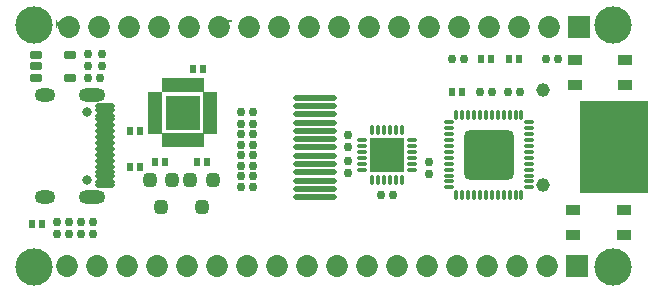
<source format=gts>
G04*
G04 #@! TF.GenerationSoftware,Altium Limited,Altium Designer,20.0.13 (296)*
G04*
G04 Layer_Color=8388736*
%FSLAX25Y25*%
%MOIN*%
G70*
G01*
G75*
%ADD35R,0.22500X0.31000*%
%ADD36R,0.02175X0.02568*%
G04:AMPARAMS|DCode=37|XSize=26mil|YSize=26mil|CornerRadius=8mil|HoleSize=0mil|Usage=FLASHONLY|Rotation=90.000|XOffset=0mil|YOffset=0mil|HoleType=Round|Shape=RoundedRectangle|*
%AMROUNDEDRECTD37*
21,1,0.02600,0.01000,0,0,90.0*
21,1,0.01000,0.02600,0,0,90.0*
1,1,0.01600,0.00500,0.00500*
1,1,0.01600,0.00500,-0.00500*
1,1,0.01600,-0.00500,-0.00500*
1,1,0.01600,-0.00500,0.00500*
%
%ADD37ROUNDEDRECTD37*%
G04:AMPARAMS|DCode=38|XSize=26mil|YSize=26mil|CornerRadius=8mil|HoleSize=0mil|Usage=FLASHONLY|Rotation=0.000|XOffset=0mil|YOffset=0mil|HoleType=Round|Shape=RoundedRectangle|*
%AMROUNDEDRECTD38*
21,1,0.02600,0.01000,0,0,0.0*
21,1,0.01000,0.02600,0,0,0.0*
1,1,0.01600,0.00500,-0.00500*
1,1,0.01600,-0.00500,-0.00500*
1,1,0.01600,-0.00500,0.00500*
1,1,0.01600,0.00500,0.00500*
%
%ADD38ROUNDEDRECTD38*%
%ADD39R,0.04537X0.03356*%
%ADD40O,0.01584X0.03356*%
%ADD41O,0.03356X0.01584*%
%ADD42R,0.11230X0.11624*%
G04:AMPARAMS|DCode=43|XSize=166mil|YSize=166mil|CornerRadius=19mil|HoleSize=0mil|Usage=FLASHONLY|Rotation=270.000|XOffset=0mil|YOffset=0mil|HoleType=Round|Shape=RoundedRectangle|*
%AMROUNDEDRECTD43*
21,1,0.16600,0.12800,0,0,270.0*
21,1,0.12800,0.16600,0,0,270.0*
1,1,0.03800,-0.06400,-0.06400*
1,1,0.03800,-0.06400,0.06400*
1,1,0.03800,0.06400,0.06400*
1,1,0.03800,0.06400,-0.06400*
%
%ADD43ROUNDEDRECTD43*%
G04:AMPARAMS|DCode=44|XSize=32.58mil|YSize=15.84mil|CornerRadius=5.46mil|HoleSize=0mil|Usage=FLASHONLY|Rotation=270.000|XOffset=0mil|YOffset=0mil|HoleType=Round|Shape=RoundedRectangle|*
%AMROUNDEDRECTD44*
21,1,0.03258,0.00492,0,0,270.0*
21,1,0.02165,0.01584,0,0,270.0*
1,1,0.01092,-0.00246,-0.01083*
1,1,0.01092,-0.00246,0.01083*
1,1,0.01092,0.00246,0.01083*
1,1,0.01092,0.00246,-0.01083*
%
%ADD44ROUNDEDRECTD44*%
G04:AMPARAMS|DCode=45|XSize=32.58mil|YSize=15.84mil|CornerRadius=5.46mil|HoleSize=0mil|Usage=FLASHONLY|Rotation=0.000|XOffset=0mil|YOffset=0mil|HoleType=Round|Shape=RoundedRectangle|*
%AMROUNDEDRECTD45*
21,1,0.03258,0.00492,0,0,0.0*
21,1,0.02165,0.01584,0,0,0.0*
1,1,0.01092,0.01083,-0.00246*
1,1,0.01092,-0.01083,-0.00246*
1,1,0.01092,-0.01083,0.00246*
1,1,0.01092,0.01083,0.00246*
%
%ADD45ROUNDEDRECTD45*%
G04:AMPARAMS|DCode=46|XSize=43.4mil|YSize=45.37mil|CornerRadius=12.35mil|HoleSize=0mil|Usage=FLASHONLY|Rotation=180.000|XOffset=0mil|YOffset=0mil|HoleType=Round|Shape=RoundedRectangle|*
%AMROUNDEDRECTD46*
21,1,0.04340,0.02067,0,0,180.0*
21,1,0.01870,0.04537,0,0,180.0*
1,1,0.02470,-0.00935,0.01034*
1,1,0.02470,0.00935,0.01034*
1,1,0.02470,0.00935,-0.01034*
1,1,0.02470,-0.00935,-0.01034*
%
%ADD46ROUNDEDRECTD46*%
G04:AMPARAMS|DCode=47|XSize=21.75mil|YSize=143.79mil|CornerRadius=6.94mil|HoleSize=0mil|Usage=FLASHONLY|Rotation=270.000|XOffset=0mil|YOffset=0mil|HoleType=Round|Shape=RoundedRectangle|*
%AMROUNDEDRECTD47*
21,1,0.02175,0.12992,0,0,270.0*
21,1,0.00787,0.14379,0,0,270.0*
1,1,0.01387,-0.06496,-0.00394*
1,1,0.01387,-0.06496,0.00394*
1,1,0.01387,0.06496,0.00394*
1,1,0.01387,0.06496,-0.00394*
%
%ADD47ROUNDEDRECTD47*%
G04:AMPARAMS|DCode=48|XSize=22mil|YSize=48mil|CornerRadius=8mil|HoleSize=0mil|Usage=FLASHONLY|Rotation=0.000|XOffset=0mil|YOffset=0mil|HoleType=Round|Shape=RoundedRectangle|*
%AMROUNDEDRECTD48*
21,1,0.02200,0.03200,0,0,0.0*
21,1,0.00600,0.04800,0,0,0.0*
1,1,0.01600,0.00300,-0.01600*
1,1,0.01600,-0.00300,-0.01600*
1,1,0.01600,-0.00300,0.01600*
1,1,0.01600,0.00300,0.01600*
%
%ADD48ROUNDEDRECTD48*%
G04:AMPARAMS|DCode=49|XSize=22mil|YSize=48mil|CornerRadius=8mil|HoleSize=0mil|Usage=FLASHONLY|Rotation=90.000|XOffset=0mil|YOffset=0mil|HoleType=Round|Shape=RoundedRectangle|*
%AMROUNDEDRECTD49*
21,1,0.02200,0.03200,0,0,90.0*
21,1,0.00600,0.04800,0,0,90.0*
1,1,0.01600,0.01600,0.00300*
1,1,0.01600,0.01600,-0.00300*
1,1,0.01600,-0.01600,-0.00300*
1,1,0.01600,-0.01600,0.00300*
%
%ADD49ROUNDEDRECTD49*%
G04:AMPARAMS|DCode=50|XSize=29.62mil|YSize=41mil|CornerRadius=8.91mil|HoleSize=0mil|Usage=FLASHONLY|Rotation=90.000|XOffset=0mil|YOffset=0mil|HoleType=Round|Shape=RoundedRectangle|*
%AMROUNDEDRECTD50*
21,1,0.02962,0.02319,0,0,90.0*
21,1,0.01181,0.04100,0,0,90.0*
1,1,0.01781,0.01159,0.00591*
1,1,0.01781,0.01159,-0.00591*
1,1,0.01781,-0.01159,-0.00591*
1,1,0.01781,-0.01159,0.00591*
%
%ADD50ROUNDEDRECTD50*%
G04:AMPARAMS|DCode=51|XSize=37.5mil|YSize=76.87mil|CornerRadius=10.87mil|HoleSize=0mil|Usage=FLASHONLY|Rotation=270.000|XOffset=0mil|YOffset=0mil|HoleType=Round|Shape=RoundedRectangle|*
%AMROUNDEDRECTD51*
21,1,0.03750,0.05512,0,0,270.0*
21,1,0.01575,0.07687,0,0,270.0*
1,1,0.02175,-0.02756,-0.00787*
1,1,0.02175,-0.02756,0.00787*
1,1,0.02175,0.02756,0.00787*
1,1,0.02175,0.02756,-0.00787*
%
%ADD51ROUNDEDRECTD51*%
G04:AMPARAMS|DCode=52|XSize=65.06mil|YSize=17.81mil|CornerRadius=5.95mil|HoleSize=0mil|Usage=FLASHONLY|Rotation=0.000|XOffset=0mil|YOffset=0mil|HoleType=Round|Shape=RoundedRectangle|*
%AMROUNDEDRECTD52*
21,1,0.06506,0.00591,0,0,0.0*
21,1,0.05315,0.01781,0,0,0.0*
1,1,0.01191,0.02657,-0.00295*
1,1,0.01191,-0.02657,-0.00295*
1,1,0.01191,-0.02657,0.00295*
1,1,0.01191,0.02657,0.00295*
%
%ADD52ROUNDEDRECTD52*%
%ADD53C,0.12411*%
%ADD54R,0.07293X0.07293*%
%ADD55C,0.07293*%
%ADD56C,0.04537*%
%ADD57O,0.08868X0.04537*%
%ADD58O,0.06899X0.04537*%
%ADD59C,0.03159*%
G36*
X8158Y81116D02*
X9162Y79631D01*
X8565D01*
X7653Y81005D01*
Y81174D01*
X7594Y81094D01*
X7653Y81005D01*
Y79631D01*
X7125D01*
Y82369D01*
X7653D01*
Y81174D01*
X8532Y82369D01*
X9086D01*
X8158Y81116D01*
D02*
G37*
G36*
X12976Y80677D02*
Y79631D01*
X12448D01*
Y80674D01*
X11556Y82369D01*
X12117D01*
X12721Y81110D01*
X13331Y82369D01*
X13869D01*
X12976Y80677D01*
D02*
G37*
G36*
X11212Y81953D02*
X10113D01*
Y81225D01*
X11077D01*
Y80815D01*
X10113D01*
Y80044D01*
X11291D01*
Y79631D01*
X9588D01*
Y82369D01*
X11268D01*
X11212Y81953D01*
D02*
G37*
G36*
X62454Y82417D02*
X62493Y82414D01*
X62543Y82410D01*
X62595Y82401D01*
X62657Y82391D01*
X62726Y82378D01*
X62795Y82358D01*
X62871Y82335D01*
X62949Y82305D01*
X63028Y82269D01*
X63107Y82230D01*
X63186Y82184D01*
X63261Y82128D01*
X63333Y82066D01*
X63061Y81758D01*
X63058Y81761D01*
X63048Y81767D01*
X63031Y81781D01*
X63012Y81794D01*
X62982Y81813D01*
X62949Y81833D01*
X62913Y81853D01*
X62874Y81876D01*
X62828Y81899D01*
X62779Y81918D01*
X62726Y81938D01*
X62671Y81958D01*
X62612Y81971D01*
X62552Y81984D01*
X62490Y81991D01*
X62428Y81994D01*
X62395D01*
X62356Y81991D01*
X62310Y81984D01*
X62261Y81974D01*
X62205Y81958D01*
X62152Y81938D01*
X62103Y81912D01*
X62097Y81909D01*
X62083Y81899D01*
X62067Y81879D01*
X62044Y81856D01*
X62021Y81823D01*
X62005Y81784D01*
X61992Y81741D01*
X61985Y81689D01*
Y81686D01*
Y81672D01*
X61988Y81656D01*
X61992Y81636D01*
X61998Y81610D01*
X62005Y81584D01*
X62018Y81558D01*
X62034Y81531D01*
X62037Y81528D01*
X62044Y81521D01*
X62057Y81508D01*
X62074Y81492D01*
X62100Y81472D01*
X62129Y81453D01*
X62169Y81430D01*
X62211Y81407D01*
X62218Y81403D01*
X62234Y81397D01*
X62264Y81384D01*
X62306Y81371D01*
X62359Y81351D01*
X62421Y81328D01*
X62493Y81305D01*
X62579Y81279D01*
X62582D01*
X62595Y81272D01*
X62618Y81266D01*
X62644Y81259D01*
X62677Y81246D01*
X62713Y81233D01*
X62756Y81217D01*
X62802Y81197D01*
X62900Y81151D01*
X63002Y81098D01*
X63097Y81039D01*
X63143Y81007D01*
X63186Y80971D01*
X63189Y80967D01*
X63195Y80961D01*
X63205Y80951D01*
X63218Y80934D01*
X63235Y80915D01*
X63254Y80892D01*
X63271Y80862D01*
X63294Y80829D01*
X63313Y80793D01*
X63330Y80754D01*
X63349Y80708D01*
X63366Y80659D01*
X63379Y80603D01*
X63389Y80547D01*
X63395Y80485D01*
X63399Y80419D01*
Y80416D01*
Y80410D01*
Y80396D01*
X63395Y80377D01*
Y80354D01*
X63392Y80331D01*
X63382Y80269D01*
X63369Y80200D01*
X63346Y80128D01*
X63313Y80049D01*
X63271Y79977D01*
Y79973D01*
X63264Y79967D01*
X63258Y79957D01*
X63248Y79944D01*
X63218Y79911D01*
X63176Y79868D01*
X63126Y79822D01*
X63061Y79773D01*
X62989Y79724D01*
X62903Y79681D01*
X62900D01*
X62894Y79678D01*
X62880Y79672D01*
X62861Y79665D01*
X62838Y79659D01*
X62812Y79649D01*
X62779Y79639D01*
X62743Y79632D01*
X62703Y79622D01*
X62661Y79613D01*
X62615Y79603D01*
X62566Y79596D01*
X62457Y79583D01*
X62339Y79580D01*
X62313D01*
X62277Y79583D01*
X62234Y79586D01*
X62182Y79593D01*
X62120Y79599D01*
X62051Y79613D01*
X61975Y79629D01*
X61897Y79649D01*
X61811Y79675D01*
X61726Y79708D01*
X61641Y79744D01*
X61559Y79790D01*
X61473Y79842D01*
X61395Y79901D01*
X61319Y79970D01*
X61601Y80285D01*
X61605Y80282D01*
X61614Y80272D01*
X61634Y80259D01*
X61657Y80242D01*
X61690Y80219D01*
X61726Y80196D01*
X61769Y80170D01*
X61814Y80144D01*
X61867Y80118D01*
X61923Y80091D01*
X61985Y80068D01*
X62047Y80045D01*
X62116Y80029D01*
X62188Y80016D01*
X62264Y80006D01*
X62339Y80003D01*
X62362D01*
X62375Y80006D01*
X62395D01*
X62418Y80009D01*
X62471Y80016D01*
X62529Y80029D01*
X62589Y80045D01*
X62651Y80072D01*
X62707Y80105D01*
X62710D01*
X62713Y80111D01*
X62730Y80124D01*
X62753Y80147D01*
X62779Y80180D01*
X62805Y80223D01*
X62828Y80272D01*
X62844Y80331D01*
X62851Y80364D01*
Y80396D01*
Y80400D01*
Y80416D01*
X62848Y80436D01*
X62844Y80459D01*
X62841Y80488D01*
X62835Y80518D01*
X62821Y80547D01*
X62808Y80577D01*
X62805Y80580D01*
X62799Y80590D01*
X62789Y80603D01*
X62772Y80620D01*
X62753Y80639D01*
X62726Y80662D01*
X62694Y80685D01*
X62654Y80708D01*
X62648Y80711D01*
X62634Y80718D01*
X62608Y80731D01*
X62575Y80747D01*
X62529Y80764D01*
X62474Y80787D01*
X62411Y80810D01*
X62336Y80833D01*
X62329Y80836D01*
X62316Y80839D01*
X62293Y80846D01*
X62261Y80856D01*
X62225Y80869D01*
X62182Y80885D01*
X62133Y80905D01*
X62083Y80925D01*
X61972Y80971D01*
X61860Y81026D01*
X61808Y81056D01*
X61755Y81089D01*
X61706Y81121D01*
X61664Y81157D01*
X61660Y81161D01*
X61654Y81167D01*
X61644Y81177D01*
X61631Y81194D01*
X61614Y81210D01*
X61595Y81233D01*
X61575Y81262D01*
X61555Y81292D01*
X61536Y81328D01*
X61516Y81364D01*
X61496Y81407D01*
X61480Y81449D01*
X61467Y81499D01*
X61457Y81551D01*
X61450Y81603D01*
X61447Y81663D01*
Y81666D01*
Y81672D01*
Y81686D01*
X61450Y81699D01*
Y81718D01*
X61454Y81741D01*
X61463Y81797D01*
X61477Y81856D01*
X61500Y81922D01*
X61529Y81991D01*
X61568Y82056D01*
Y82059D01*
X61575Y82063D01*
X61582Y82073D01*
X61591Y82086D01*
X61621Y82115D01*
X61657Y82155D01*
X61706Y82197D01*
X61765Y82243D01*
X61834Y82286D01*
X61910Y82325D01*
X61913D01*
X61919Y82328D01*
X61933Y82335D01*
X61949Y82341D01*
X61969Y82348D01*
X61995Y82355D01*
X62021Y82364D01*
X62054Y82374D01*
X62126Y82391D01*
X62211Y82407D01*
X62303Y82417D01*
X62402Y82420D01*
X62425D01*
X62454Y82417D01*
D02*
G37*
G36*
X65783Y81928D02*
X65022D01*
Y79629D01*
X64494D01*
Y81928D01*
X63691D01*
Y82368D01*
X65836D01*
X65783Y81928D01*
D02*
G37*
G36*
X60017Y82364D02*
X60043Y82361D01*
X60076Y82358D01*
X60112Y82355D01*
X60194Y82341D01*
X60286Y82325D01*
X60381Y82299D01*
X60483Y82266D01*
X60584Y82223D01*
X60680Y82171D01*
X60771Y82105D01*
X60814Y82066D01*
X60853Y82027D01*
X60890Y81981D01*
X60922Y81935D01*
X60952Y81882D01*
X60975Y81827D01*
X60994Y81764D01*
X61008Y81702D01*
X61017Y81630D01*
X61021Y81558D01*
Y81554D01*
Y81545D01*
Y81528D01*
X61017Y81508D01*
X61014Y81485D01*
X61011Y81456D01*
X61008Y81423D01*
X60998Y81387D01*
X60978Y81312D01*
X60945Y81230D01*
X60926Y81187D01*
X60903Y81148D01*
X60876Y81108D01*
X60844Y81069D01*
X60840Y81066D01*
X60837Y81059D01*
X60827Y81049D01*
X60814Y81036D01*
X60794Y81023D01*
X60775Y81003D01*
X60725Y80964D01*
X60663Y80918D01*
X60588Y80875D01*
X60506Y80836D01*
X60414Y80803D01*
X61172Y79629D01*
X60588D01*
X59919Y80725D01*
X59689D01*
Y79629D01*
X59164D01*
Y82368D01*
X59991D01*
X60017Y82364D01*
D02*
G37*
%LPC*%
G36*
X60020Y81958D02*
X59689D01*
Y81128D01*
X60004D01*
X60020Y81131D01*
X60043D01*
X60066Y81134D01*
X60122Y81141D01*
X60181Y81154D01*
X60243Y81171D01*
X60302Y81197D01*
X60352Y81230D01*
X60358Y81233D01*
X60371Y81249D01*
X60391Y81272D01*
X60414Y81308D01*
X60437Y81354D01*
X60457Y81410D01*
X60470Y81479D01*
X60476Y81558D01*
Y81561D01*
Y81567D01*
Y81577D01*
X60473Y81594D01*
X60470Y81630D01*
X60460Y81676D01*
X60447Y81725D01*
X60424Y81777D01*
X60394Y81823D01*
X60355Y81863D01*
X60348Y81866D01*
X60332Y81879D01*
X60302Y81892D01*
X60263Y81912D01*
X60207Y81928D01*
X60142Y81945D01*
X60063Y81954D01*
X60020Y81958D01*
D02*
G37*
%LPD*%
D35*
X193250Y40000D02*
D03*
D36*
X31827Y33500D02*
D03*
X35173D02*
D03*
Y45500D02*
D03*
X31827D02*
D03*
X152173Y69500D02*
D03*
X148827D02*
D03*
X-673Y14500D02*
D03*
X2673D02*
D03*
X54327Y35000D02*
D03*
X57673D02*
D03*
X43673D02*
D03*
X40327D02*
D03*
X142673Y58500D02*
D03*
X139327D02*
D03*
X161673Y69500D02*
D03*
X158327D02*
D03*
X56173Y66000D02*
D03*
X52827D02*
D03*
D37*
X19600Y11000D02*
D03*
X15600D02*
D03*
X19600Y14999D02*
D03*
X15600D02*
D03*
X158000Y58500D02*
D03*
X162000D02*
D03*
X148500Y58500D02*
D03*
X152500D02*
D03*
X139191Y69500D02*
D03*
X143191D02*
D03*
X115500Y24000D02*
D03*
X119500D02*
D03*
X73000Y26964D02*
D03*
X69000D02*
D03*
X73000Y30464D02*
D03*
X69000D02*
D03*
X73000Y33964D02*
D03*
X69000D02*
D03*
X73000Y37464D02*
D03*
X69000D02*
D03*
X73000Y40964D02*
D03*
X69000D02*
D03*
X73000Y44464D02*
D03*
X69000D02*
D03*
X73000Y47964D02*
D03*
X69000D02*
D03*
X73000Y51964D02*
D03*
X69000D02*
D03*
X21734Y63000D02*
D03*
X17734D02*
D03*
X174500Y69500D02*
D03*
X170500D02*
D03*
X7600Y11000D02*
D03*
X11600D02*
D03*
X7600Y14999D02*
D03*
X11600D02*
D03*
D38*
X131500Y31000D02*
D03*
Y35000D02*
D03*
X104500Y35500D02*
D03*
Y31500D02*
D03*
X104500Y44000D02*
D03*
Y40000D02*
D03*
X22500Y67000D02*
D03*
Y71000D02*
D03*
X18000D02*
D03*
Y67000D02*
D03*
D39*
X179535Y19232D02*
D03*
X196465D02*
D03*
X179535Y10768D02*
D03*
X196465D02*
D03*
X180035Y69232D02*
D03*
X196965D02*
D03*
X180035Y60768D02*
D03*
X196965D02*
D03*
D40*
X122421Y45768D02*
D03*
X120453D02*
D03*
X118484D02*
D03*
X116516D02*
D03*
X114547D02*
D03*
X112579D02*
D03*
Y29232D02*
D03*
X114547D02*
D03*
X116516D02*
D03*
X118484D02*
D03*
X120453D02*
D03*
X122421D02*
D03*
D41*
X109232Y42421D02*
D03*
Y40453D02*
D03*
Y38484D02*
D03*
Y36516D02*
D03*
Y34547D02*
D03*
Y32579D02*
D03*
X125768D02*
D03*
Y34547D02*
D03*
Y36516D02*
D03*
Y38484D02*
D03*
Y40453D02*
D03*
Y42421D02*
D03*
D42*
X117500Y37500D02*
D03*
X49500Y51500D02*
D03*
D43*
X151500Y37500D02*
D03*
D44*
X162327Y50738D02*
D03*
X160358D02*
D03*
X158390D02*
D03*
X156421D02*
D03*
X154453D02*
D03*
X152484D02*
D03*
X150516D02*
D03*
X148547D02*
D03*
X146579D02*
D03*
X144610D02*
D03*
X142642D02*
D03*
X140673D02*
D03*
Y24262D02*
D03*
X142642D02*
D03*
X144610D02*
D03*
X146579D02*
D03*
X148547D02*
D03*
X150516D02*
D03*
X152484D02*
D03*
X154453D02*
D03*
X156421D02*
D03*
X158390D02*
D03*
X160358D02*
D03*
X162327D02*
D03*
D45*
X138262Y48327D02*
D03*
Y46358D02*
D03*
Y44390D02*
D03*
Y42421D02*
D03*
Y40453D02*
D03*
Y38484D02*
D03*
Y36516D02*
D03*
Y34547D02*
D03*
Y32579D02*
D03*
Y30610D02*
D03*
Y28642D02*
D03*
Y26673D02*
D03*
X164738D02*
D03*
Y28642D02*
D03*
Y30610D02*
D03*
Y32579D02*
D03*
Y34547D02*
D03*
Y36516D02*
D03*
Y38484D02*
D03*
Y40453D02*
D03*
Y42421D02*
D03*
Y44390D02*
D03*
Y46358D02*
D03*
Y48327D02*
D03*
D46*
X42260Y20142D02*
D03*
X38520Y29000D02*
D03*
X46000D02*
D03*
X55740Y20142D02*
D03*
X52000Y29000D02*
D03*
X59480D02*
D03*
D47*
X93500Y48232D02*
D03*
Y39965D02*
D03*
Y31697D02*
D03*
Y23429D02*
D03*
Y56500D02*
D03*
Y28941D02*
D03*
Y26185D02*
D03*
Y37209D02*
D03*
Y34453D02*
D03*
Y45476D02*
D03*
Y42720D02*
D03*
Y53744D02*
D03*
Y50988D02*
D03*
D48*
X55405Y42350D02*
D03*
X53437D02*
D03*
X51468D02*
D03*
X49500D02*
D03*
X47532D02*
D03*
X45563D02*
D03*
X43595D02*
D03*
Y60650D02*
D03*
X45563D02*
D03*
X47532D02*
D03*
X49500D02*
D03*
X51468D02*
D03*
X53437D02*
D03*
X55405D02*
D03*
D49*
X40350Y45594D02*
D03*
Y47563D02*
D03*
Y49531D02*
D03*
Y51500D02*
D03*
Y53469D02*
D03*
Y55437D02*
D03*
Y57406D02*
D03*
X58650D02*
D03*
Y55437D02*
D03*
Y53469D02*
D03*
Y51500D02*
D03*
Y49531D02*
D03*
Y47563D02*
D03*
Y45594D02*
D03*
D50*
X594Y63260D02*
D03*
Y67000D02*
D03*
Y70740D02*
D03*
X11994D02*
D03*
Y63260D02*
D03*
D51*
X193000Y29910D02*
D03*
Y50000D02*
D03*
D52*
X23421Y53689D02*
D03*
Y52508D02*
D03*
Y50539D02*
D03*
Y49358D02*
D03*
Y47390D02*
D03*
Y45421D02*
D03*
Y43453D02*
D03*
Y41484D02*
D03*
Y39516D02*
D03*
Y37547D02*
D03*
Y35579D02*
D03*
Y33610D02*
D03*
Y31642D02*
D03*
Y30461D02*
D03*
Y28492D02*
D03*
Y27311D02*
D03*
D53*
X192913Y80709D02*
D03*
Y0D02*
D03*
X0D02*
D03*
Y80709D02*
D03*
D54*
X181500Y80000D02*
D03*
X181000Y500D02*
D03*
D55*
X171500Y80000D02*
D03*
X161500D02*
D03*
X151500D02*
D03*
X141500D02*
D03*
X131500D02*
D03*
X121500D02*
D03*
X111500D02*
D03*
X101500D02*
D03*
X91500D02*
D03*
X81500D02*
D03*
X71500D02*
D03*
X61500D02*
D03*
X51500D02*
D03*
X41500D02*
D03*
X31500D02*
D03*
X21500D02*
D03*
X11500D02*
D03*
X11000Y500D02*
D03*
X21000D02*
D03*
X31000D02*
D03*
X41000D02*
D03*
X51000D02*
D03*
X61000D02*
D03*
X71000D02*
D03*
X81000D02*
D03*
X91000D02*
D03*
X101000D02*
D03*
X111000D02*
D03*
X121000D02*
D03*
X131000D02*
D03*
X141000D02*
D03*
X151000D02*
D03*
X161000D02*
D03*
X171000D02*
D03*
D56*
X169500Y59000D02*
D03*
Y27504D02*
D03*
D57*
X19327Y57528D02*
D03*
Y23472D02*
D03*
D58*
X3579Y57528D02*
D03*
Y23472D02*
D03*
D59*
X17358Y29122D02*
D03*
Y51878D02*
D03*
M02*

</source>
